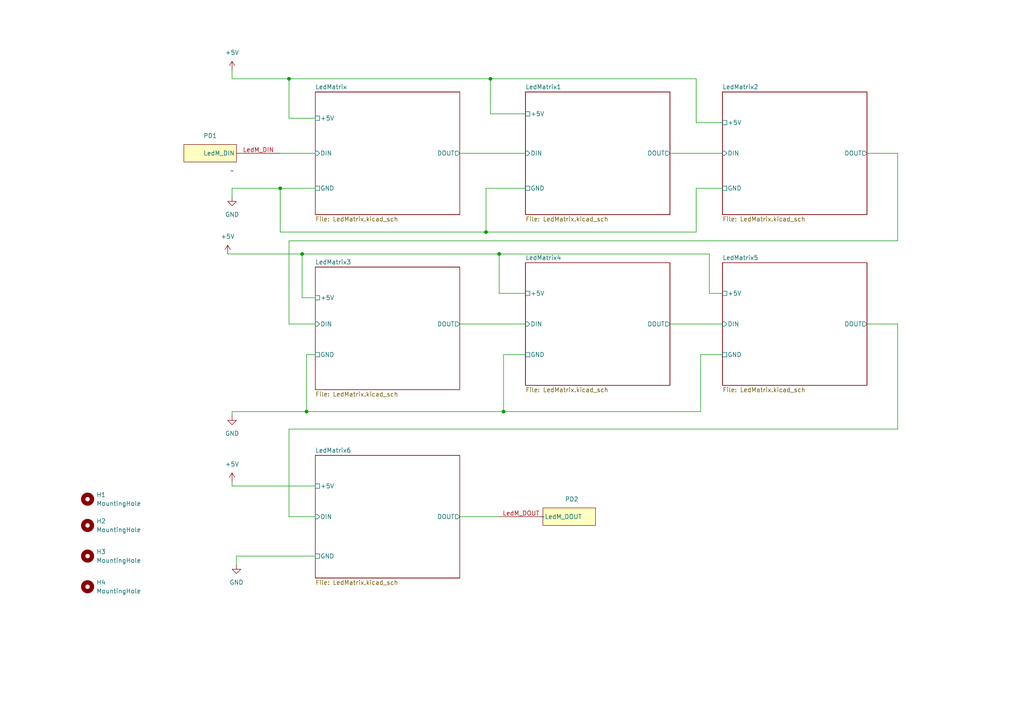
<source format=kicad_sch>
(kicad_sch (version 20230121) (generator eeschema)
  (paper "A4")
  (title_block (title "Led Matrix") (date "26/11/2023") (rev "1.0"))
  (lib_symbols
    (symbol "Mechanical:MountingHole" (pin_names (offset 1.016))
      (property "Reference" "H" (at 0 5.08 0))
      (property "Value" "MountingHole" (at 0 3.175 0))
      (symbol "MountingHole_0_1"
        (circle (center 0 0) (radius 1.27) (stroke (width 1.27)))
      )
    )
    (symbol "WS2812B:LedMatric_DOUT"
      (property "Reference" "PD?" (at 7.62 3.81 0))
      (symbol "LedMatric_DOUT_1_1"
        (rectangle (start 0 2.54) (end 15.24 -2.54) (fill (type background)))
        (pin output line (at -12.7 0 0) (length 12.7) (name "LedM_DOUT") (number "LedM_DOUT"))
      )
    )
    (symbol "WS2812B:LedMatrix_DIN"
      (property "Reference" "PD?" (at 7.62 1.27 0))
      (symbol "LedMatrix_DIN_1_1"
        (rectangle (start 0 0) (end 15.24 -5.08) (fill (type background)))
        (pin input line (at -12.7 -2.54 0) (length 12.7) (name "LedM_DIN") (number "LedM_DIN"))
      )
    )
    (symbol "power:+5V" (power) (pin_names (offset 0))
      (property "Value" "+5V" (at 0 3.556 0))
      (symbol "+5V_0_1"
        (polyline (pts (xy -0.762 1.27) (xy 0 2.54)))
        (polyline (pts (xy 0 0) (xy 0 2.54)))
        (polyline (pts (xy 0 2.54) (xy 0.762 1.27)))
      )
      (symbol "+5V_1_1"
        (pin power_in line (at 0 0 90) (length 0) hide (name "+5V") (number "1"))
      )
    )
    (symbol "power:GND" (power) (pin_names (offset 0))
      (property "Value" "GND" (at 0 -3.81 0))
      (symbol "GND_0_1"
        (polyline (pts (xy 0 0) (xy 0 -1.27) (xy 1.27 -1.27) (xy 0 -2.54) (xy -1.27 -1.27) (xy 0 -1.27)))
      )
      (symbol "GND_1_1"
        (pin power_in line (at 0 0 270) (length 0) hide (name "GND") (number "1"))
      )
    )
  )
  (junction (at 81.28 54.61))
  (junction (at 88.9 119.38))
  (junction (at 83.82 22.86))
  (junction (at 87.63 73.66))
  (junction (at 146.05 119.38))
  (junction (at 140.97 67.31))
  (junction (at 142.24 22.86))
  (junction (at 144.78 73.66))
  (wire (pts (xy 133.35 93.98) (xy 152.4 93.98)))
  (wire (pts (xy 67.31 54.61) (xy 67.31 57.15)))
  (wire (pts (xy 205.74 85.09) (xy 205.74 73.66)))
  (wire (pts (xy 142.24 22.86) (xy 142.24 33.02)))
  (wire (pts (xy 68.58 161.29) (xy 91.44 161.29)))
  (wire (pts (xy 251.46 93.98) (xy 260.35 93.98)))
  (wire (pts (xy 91.44 102.87) (xy 88.9 102.87)))
  (wire (pts (xy 91.44 34.29) (xy 83.82 34.29)))
  (wire (pts (xy 83.82 124.46) (xy 83.82 149.86)))
  (wire (pts (xy 201.93 35.56) (xy 209.55 35.56)))
  (wire (pts (xy 83.82 22.86) (xy 142.24 22.86)))
  (wire (pts (xy 87.63 73.66) (xy 87.63 86.36)))
  (wire (pts (xy 67.31 139.7) (xy 67.31 140.97)))
  (wire (pts (xy 260.35 124.46) (xy 83.82 124.46)))
  (wire (pts (xy 87.63 86.36) (xy 91.44 86.36)))
  (wire (pts (xy 201.93 54.61) (xy 201.93 67.31)))
  (wire (pts (xy 146.05 119.38) (xy 203.2 119.38)))
  (wire (pts (xy 260.35 44.45) (xy 260.35 69.85)))
  (wire (pts (xy 152.4 85.09) (xy 144.78 85.09)))
  (wire (pts (xy 152.4 102.87) (xy 146.05 102.87)))
  (wire (pts (xy 67.31 119.38) (xy 88.9 119.38)))
  (wire (pts (xy 81.28 67.31) (xy 81.28 54.61)))
  (wire (pts (xy 83.82 149.86) (xy 91.44 149.86)))
  (wire (pts (xy 209.55 85.09) (xy 205.74 85.09)))
  (wire (pts (xy 140.97 54.61) (xy 140.97 67.31)))
  (wire (pts (xy 91.44 54.61) (xy 81.28 54.61)))
  (wire (pts (xy 66.04 73.66) (xy 87.63 73.66)))
  (wire (pts (xy 194.31 44.45) (xy 209.55 44.45)))
  (wire (pts (xy 83.82 34.29) (xy 83.82 22.86)))
  (wire (pts (xy 194.31 93.98) (xy 209.55 93.98)))
  (wire (pts (xy 260.35 93.98) (xy 260.35 124.46)))
  (wire (pts (xy 67.31 119.38) (xy 67.31 120.65)))
  (wire (pts (xy 146.05 102.87) (xy 146.05 119.38)))
  (wire (pts (xy 81.28 44.45) (xy 91.44 44.45)))
  (wire (pts (xy 152.4 33.02) (xy 142.24 33.02)))
  (wire (pts (xy 209.55 102.87) (xy 203.2 102.87)))
  (wire (pts (xy 201.93 22.86) (xy 201.93 35.56)))
  (wire (pts (xy 251.46 44.45) (xy 260.35 44.45)))
  (wire (pts (xy 133.35 149.86) (xy 144.78 149.86)))
  (wire (pts (xy 81.28 54.61) (xy 67.31 54.61)))
  (wire (pts (xy 67.31 22.86) (xy 83.82 22.86)))
  (wire (pts (xy 260.35 69.85) (xy 83.82 69.85)))
  (wire (pts (xy 88.9 119.38) (xy 146.05 119.38)))
  (wire (pts (xy 68.58 161.29) (xy 68.58 163.83)))
  (wire (pts (xy 142.24 22.86) (xy 201.93 22.86)))
  (wire (pts (xy 140.97 67.31) (xy 81.28 67.31)))
  (wire (pts (xy 201.93 54.61) (xy 209.55 54.61)))
  (wire (pts (xy 133.35 44.45) (xy 152.4 44.45)))
  (wire (pts (xy 201.93 67.31) (xy 140.97 67.31)))
  (wire (pts (xy 67.31 20.32) (xy 67.31 22.86)))
  (wire (pts (xy 67.31 140.97) (xy 91.44 140.97)))
  (wire (pts (xy 152.4 54.61) (xy 140.97 54.61)))
  (wire (pts (xy 83.82 69.85) (xy 83.82 93.98)))
  (wire (pts (xy 83.82 93.98) (xy 91.44 93.98)))
  (wire (pts (xy 144.78 73.66) (xy 144.78 85.09)))
  (wire (pts (xy 144.78 73.66) (xy 205.74 73.66)))
  (wire (pts (xy 203.2 119.38) (xy 203.2 102.87)))
  (wire (pts (xy 87.63 73.66) (xy 144.78 73.66)))
  (wire (pts (xy 88.9 102.87) (xy 88.9 119.38)))
  (symbol (lib_id "power:GND") (at 68.58 163.83 0) (unit 1)
    (property "Reference" "#PWR0545" (effects hide))
    (property "Value" "GND" (at 68.58 168.91 0))
  )
  (symbol (lib_id "power:+5V") (at 67.31 139.7 0) (unit 1)
    (property "Reference" "#PWR0544" (effects hide))
    (property "Value" "+5V" (at 67.31 134.62 0))
  )
  (symbol (lib_id "power:+5V") (at 66.04 73.66 0) (unit 1)
    (property "Reference" "#PWR0542" (effects hide))
    (property "Value" "+5V" (at 66.04 68.58 0))
  )
  (symbol (lib_id "WS2812B:LedMatrix_DIN") (at 68.58 46.99 180) (unit 1)
    (property "Reference" "PD1" (at 60.96 39.37 0))
    (property "Value" "~" (at 67.31 49.53 0))
    (property "Footprint" "WS2812B:LedM_DIN" (effects hide))
  )
  (symbol (lib_id "power:GND") (at 67.31 57.15 0) (unit 1)
    (property "Reference" "#PWR0540" (effects hide))
    (property "Value" "GND" (at 67.31 62.23 0))
  )
  (symbol (lib_id "Mechanical:MountingHole") (at 25.4 161.29 0) (unit 1)
    (property "Reference" "H3" (at 27.94 160.02 0) (effects (justify left)))
    (property "Value" "MountingHole" (at 27.94 162.56 0) (effects (justify left)))
    (property "Footprint" "MountingHole:MountingHole_2.7mm_Pad_Via" (effects hide))
  )
  (symbol (lib_id "power:GND") (at 67.31 120.65 0) (unit 1)
    (property "Reference" "#PWR0543" (effects hide))
    (property "Value" "GND" (at 67.31 125.73 0))
  )
  (symbol (lib_id "Mechanical:MountingHole") (at 25.4 152.4 0) (unit 1)
    (property "Reference" "H2" (at 27.94 151.13 0) (effects (justify left)))
    (property "Value" "MountingHole" (at 27.94 153.67 0) (effects (justify left)))
    (property "Footprint" "MountingHole:MountingHole_2.7mm_Pad_Via" (effects hide))
  )
  (symbol (lib_id "power:+5V") (at 67.31 20.32 0) (unit 1)
    (property "Reference" "#PWR0541" (effects hide))
    (property "Value" "+5V" (at 67.31 15.24 0))
  )
  (symbol (lib_id "Mechanical:MountingHole") (at 25.4 170.18 0) (unit 1)
    (property "Reference" "H4" (at 27.94 168.91 0) (effects (justify left)))
    (property "Value" "MountingHole" (at 27.94 171.45 0) (effects (justify left)))
    (property "Footprint" "MountingHole:MountingHole_2.7mm_Pad_Via" (effects hide))
  )
  (symbol (lib_id "Mechanical:MountingHole") (at 25.4 144.78 0) (unit 1)
    (property "Reference" "H1" (at 27.94 143.51 0) (effects (justify left)))
    (property "Value" "MountingHole" (at 27.94 146.05 0) (effects (justify left)))
    (property "Footprint" "MountingHole:MountingHole_2.7mm_Pad_Via" (effects hide))
  )
  (symbol (lib_id "WS2812B:LedMatric_DOUT") (at 157.48 149.86 0) (unit 1)
    (property "Reference" "PD2" (at 163.83 144.78 0) (effects (justify left)))
    (property "Value" "~" (at 157.48 149.86 0))
    (property "Footprint" "WS2812B:LedM_DOUT" (effects hide))
  )
  (sheet (at 91.44 26.67) (size 41.91 35.56) (stroke (width 0.1524))
    (property "Sheetname" "LedMatrix" (at 91.44 25.9584 0) (effects (justify left bottom)))
    (property "Sheetfile" "LedMatrix.kicad_sch" (at 91.44 62.8146 0) (effects (justify left top)))
    (pin "DOUT" output (at 133.35 44.45 0))
    (pin "DIN" input (at 91.44 44.45 180))
    (pin "+5V" passive (at 91.44 34.29 180))
    (pin "GND" passive (at 91.44 54.61 180))
  )
  (sheet (at 91.44 77.47) (size 41.91 35.56) (stroke (width 0.1524))
    (property "Sheetname" "LedMatrix3" (at 91.44 76.7584 0) (effects (justify left bottom)))
    (property "Sheetfile" "LedMatrix.kicad_sch" (at 91.44 113.6146 0) (effects (justify left top)))
    (pin "DOUT" output (at 133.35 93.98 0))
    (pin "DIN" input (at 91.44 93.98 180))
    (pin "+5V" passive (at 91.44 86.36 180))
    (pin "GND" passive (at 91.44 102.87 180))
  )
  (sheet (at 152.4 26.67) (size 41.91 35.56) (stroke (width 0.1524))
    (property "Sheetname" "LedMatrix1" (at 152.4 25.9584 0) (effects (justify left bottom)))
    (property "Sheetfile" "LedMatrix.kicad_sch" (at 152.4 62.8146 0) (effects (justify left top)))
    (pin "DOUT" output (at 194.31 44.45 0))
    (pin "DIN" input (at 152.4 44.45 180))
    (pin "+5V" passive (at 152.4 33.02 180))
    (pin "GND" passive (at 152.4 54.61 180))
  )
  (sheet (at 209.55 76.2) (size 41.91 35.56) (stroke (width 0.1524))
    (property "Sheetname" "LedMatrix5" (at 209.55 75.4884 0) (effects (justify left bottom)))
    (property "Sheetfile" "LedMatrix.kicad_sch" (at 209.55 112.3446 0) (effects (justify left top)))
    (pin "DOUT" output (at 251.46 93.98 0))
    (pin "DIN" input (at 209.55 93.98 180))
    (pin "+5V" passive (at 209.55 85.09 180))
    (pin "GND" passive (at 209.55 102.87 180))
  )
  (sheet (at 91.44 132.08) (size 41.91 35.56) (stroke (width 0.1524))
    (property "Sheetname" "LedMatrix6" (at 91.44 131.3684 0) (effects (justify left bottom)))
    (property "Sheetfile" "LedMatrix.kicad_sch" (at 91.44 168.2246 0) (effects (justify left top)))
    (pin "DOUT" output (at 133.35 149.86 0))
    (pin "DIN" input (at 91.44 149.86 180))
    (pin "+5V" passive (at 91.44 140.97 180))
    (pin "GND" passive (at 91.44 161.29 180))
  )
  (sheet (at 209.55 26.67) (size 41.91 35.56) (stroke (width 0.1524))
    (property "Sheetname" "LedMatrix2" (at 209.55 25.9584 0) (effects (justify left bottom)))
    (property "Sheetfile" "LedMatrix.kicad_sch" (at 209.55 62.8146 0) (effects (justify left top)))
    (pin "DOUT" output (at 251.46 44.45 0))
    (pin "DIN" input (at 209.55 44.45 180))
    (pin "+5V" passive (at 209.55 35.56 180))
    (pin "GND" passive (at 209.55 54.61 180))
  )
  (sheet (at 152.4 76.2) (size 41.91 35.56) (stroke (width 0.1524))
    (property "Sheetname" "LedMatrix4" (at 152.4 75.4884 0) (effects (justify left bottom)))
    (property "Sheetfile" "LedMatrix.kicad_sch" (at 152.4 112.3446 0) (effects (justify left top)))
    (pin "DOUT" output (at 194.31 93.98 0))
    (pin "DIN" input (at 152.4 93.98 180))
    (pin "+5V" passive (at 152.4 85.09 180))
    (pin "GND" passive (at 152.4 102.87 180))
  )
)
</source>
